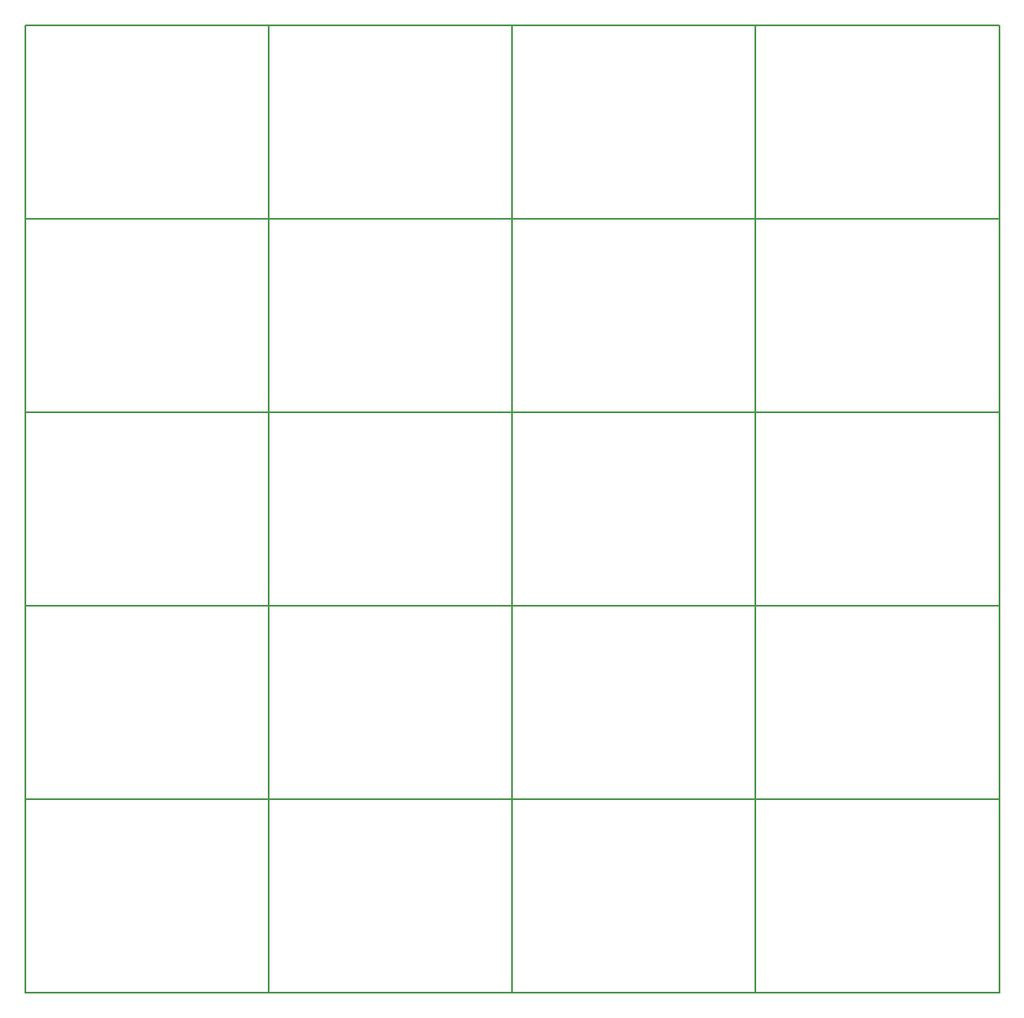
<source format=gbr>
G04 EAGLE Gerber RS-274X export*
G75*
%MOMM*%
%FSLAX34Y34*%
%LPD*%
%INV-cut*%
%IPPOS*%
%AMOC8*
5,1,8,0,0,1.08239X$1,22.5*%
G01*
%ADD10C,0.152400*%


D10*
X244000Y0D02*
X244000Y970000D01*
X488000Y970000D02*
X488000Y0D01*
X732000Y0D02*
X732000Y970000D01*
X976000Y776000D02*
X0Y776000D01*
X0Y582000D02*
X976000Y582000D01*
X976000Y388000D02*
X0Y388000D01*
X0Y194000D02*
X976000Y194000D01*
X976000Y0D02*
X0Y0D01*
X0Y970000D02*
X976000Y970000D01*
X0Y194000D02*
X0Y0D01*
X0Y194000D02*
X0Y388000D01*
X0Y582000D01*
X0Y776000D01*
X0Y970000D01*
X976000Y970000D02*
X976000Y776000D01*
X976000Y582000D01*
X976000Y388000D01*
X976000Y194000D01*
X976000Y0D01*
M02*

</source>
